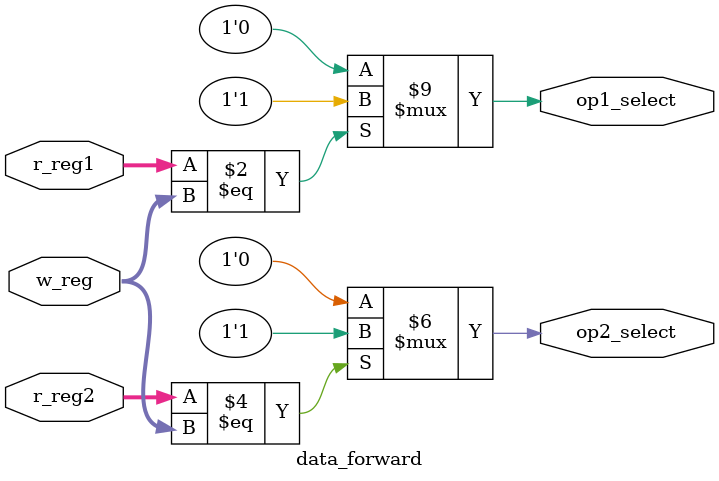
<source format=v>
module data_forward #(parameter ADDR_WIDTH = 5) ( r_reg1, r_reg2, w_reg, op1_select, op2_select); //This module generates control signal for data forward
  input [ADDR_WIDTH-1:0] r_reg1;
  input [ADDR_WIDTH-1:0] r_reg2;
  input [ADDR_WIDTH-1:0] w_reg;
  output reg op1_select;
  output reg op2_select;

  always @(r_reg1, w_reg) begin
    if(r_reg1 == w_reg)
      op1_select = 1'b1;
    else
      op1_select = 2'b00;
  end

  always @(r_reg2, w_reg) begin
    if(r_reg2 == w_reg)
      op2_select = 2'b01;
    else
      op2_select = 2'b00;
  end

endmodule

</source>
